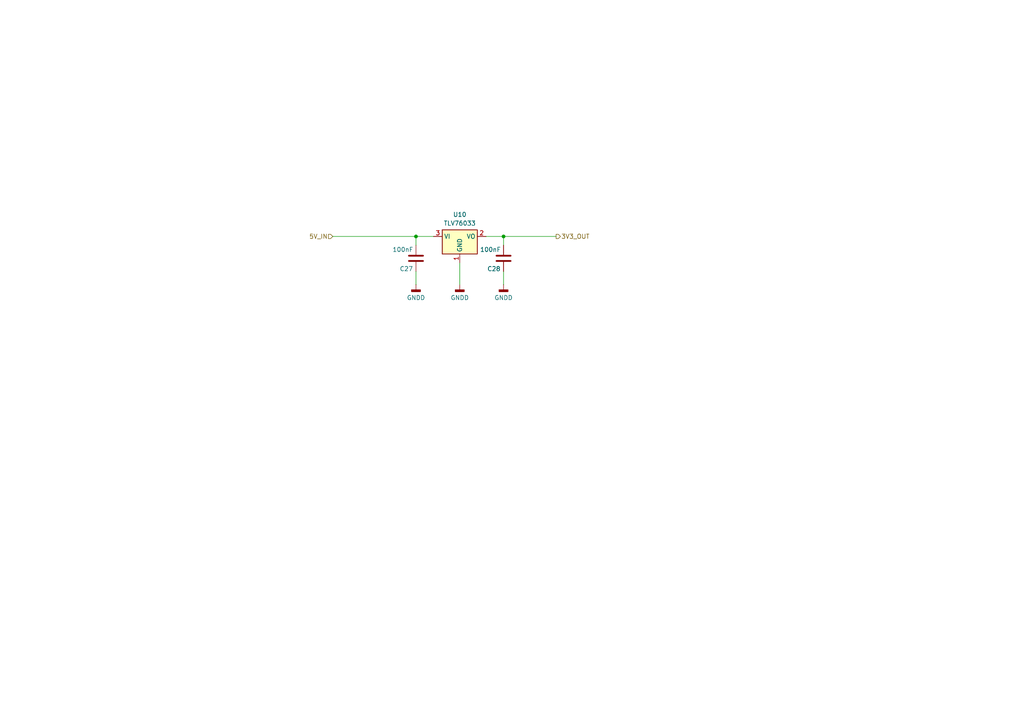
<source format=kicad_sch>
(kicad_sch (version 20250114) (generator "eeschema") (generator_version "9.0")
  (paper "A4")
  (lib_symbols
    (symbol "Device:C" (pin_numbers (hide yes)) (pin_names (offset 0.254))
      (property "Reference" "C" (at 0.635 2.54 0))
      (property "Value" "C" (at 0.635 -2.54 0))
      (symbol "C_0_1"
        (polyline (pts (xy -2.032 0.762) (xy 2.032 0.762)) (stroke (width 0.508)))
        (polyline (pts (xy -2.032 -0.762) (xy 2.032 -0.762)) (stroke (width 0.508)))
      )
      (symbol "C_1_1"
        (pin passive line (at 0 3.81 270) (length 2.794) (name "~") (number "1"))
        (pin passive line (at 0 -3.81 90) (length 2.794) (name "~") (number "2"))
      )
    )
    (symbol "power:GNDD" (power) (pin_numbers (hide yes)) (pin_names (offset 0) (hide yes))
      (property "Value" "GNDD" (at 0 -3.175 0))
      (symbol "GNDD_0_1"
        (rectangle (start -1.27 -1.524) (end 1.27 -2.032) (stroke (width 0.254)) (fill (type outline)))
        (polyline (pts (xy 0 0) (xy 0 -1.524)))
      )
      (symbol "GNDD_1_1"
        (pin power_in line (at 0 0 270) (length 0) (name "~") (number "1"))
      )
    )
    (symbol "symbols:TLV76033"
      (property "Reference" "U" (at -3.81 3.175 0))
      (property "Value" "TLV76033" (at 0 3.175 0))
      (symbol "TLV76033_0_1"
        (rectangle (start -5.08 -5.08) (end 5.08 1.905) (stroke (width 0.254)) (fill (type background)))
      )
      (symbol "TLV76033_1_1"
        (pin power_in line (at -7.62 0 0) (length 2.54) (name "VI") (number "3"))
        (pin power_in line (at 0 -7.62 90) (length 2.54) (name "GND") (number "1"))
        (pin power_out line (at 7.62 0 180) (length 2.54) (name "VO") (number "2"))
      )
    )
  )
  (junction (at 120.65 68.58))
  (junction (at 146.05 68.58))
  (wire (pts (xy 146.05 78.74) (xy 146.05 82.55)))
  (wire (pts (xy 133.35 76.2) (xy 133.35 82.55)))
  (wire (pts (xy 120.65 78.74) (xy 120.65 82.55)))
  (wire (pts (xy 140.97 68.58) (xy 146.05 68.58)))
  (wire (pts (xy 146.05 68.58) (xy 161.29 68.58)))
  (wire (pts (xy 96.52 68.58) (xy 120.65 68.58)))
  (wire (pts (xy 120.65 68.58) (xy 120.65 71.12)))
  (wire (pts (xy 120.65 68.58) (xy 125.73 68.58)))
  (wire (pts (xy 146.05 68.58) (xy 146.05 71.12)))
  (hierarchical_label "3V3_OUT" (shape output) (at 161.29 68.58 0))
  (hierarchical_label "5V_IN" (shape input) (at 96.52 68.58 180))
  (symbol (lib_id "symbols:TLV76033") (at 133.35 68.58 0) (unit 1)
    (property "Reference" "U10" (at 133.35 62.23 0))
    (property "Value" "TLV76033" (at 133.35 64.77 0))
    (property "Footprint" "Package_TO_SOT_SMD:SOT-23_Handsoldering" (effects (hide yes)))
    (property "Datasheet" "https://www.ti.com/lit/ds/symlink/tlv760.pdf" (effects (hide yes)))
    (property "Description" "100mA Low-Dropout Linear Regulator with quasi LDO architecture., 3.3V fixed output, SOT-23" (effects (hide yes)))
  )
  (symbol (lib_id "power:GNDD") (at 120.65 82.55 0) (unit 1)
    (property "Reference" "#PWR073" (effects (hide yes)))
    (property "Value" "GNDD" (at 120.65 86.36 0))
    (property "Description" "Power symbol creates a global label with name \"GNDD\" , digital ground" (effects (hide yes)))
  )
  (symbol (lib_id "Device:C") (at 120.65 74.93 180) (unit 1)
    (property "Reference" "C27" (at 117.856 77.978 0))
    (property "Value" "100nF" (at 116.84 72.39 0))
    (property "Footprint" "Capacitor_SMD:C_0805_2012Metric_Pad1.18x1.45mm_HandSolder" (effects (hide yes)))
    (property "Description" "Unpolarized capacitor" (effects (hide yes)))
  )
  (symbol (lib_id "power:GNDD") (at 133.35 82.55 0) (unit 1)
    (property "Reference" "#PWR074" (effects (hide yes)))
    (property "Value" "GNDD" (at 133.35 86.36 0))
    (property "Description" "Power symbol creates a global label with name \"GNDD\" , digital ground" (effects (hide yes)))
  )
  (symbol (lib_id "Device:C") (at 146.05 74.93 180) (unit 1)
    (property "Reference" "C28" (at 143.256 77.978 0))
    (property "Value" "100nF" (at 142.24 72.39 0))
    (property "Footprint" "Capacitor_SMD:C_0805_2012Metric_Pad1.18x1.45mm_HandSolder" (effects (hide yes)))
    (property "Description" "Unpolarized capacitor" (effects (hide yes)))
  )
  (symbol (lib_id "power:GNDD") (at 146.05 82.55 0) (unit 1)
    (property "Reference" "#PWR075" (effects (hide yes)))
    (property "Value" "GNDD" (at 146.05 86.36 0))
    (property "Description" "Power symbol creates a global label with name \"GNDD\" , digital ground" (effects (hide yes)))
  )
)
</source>
